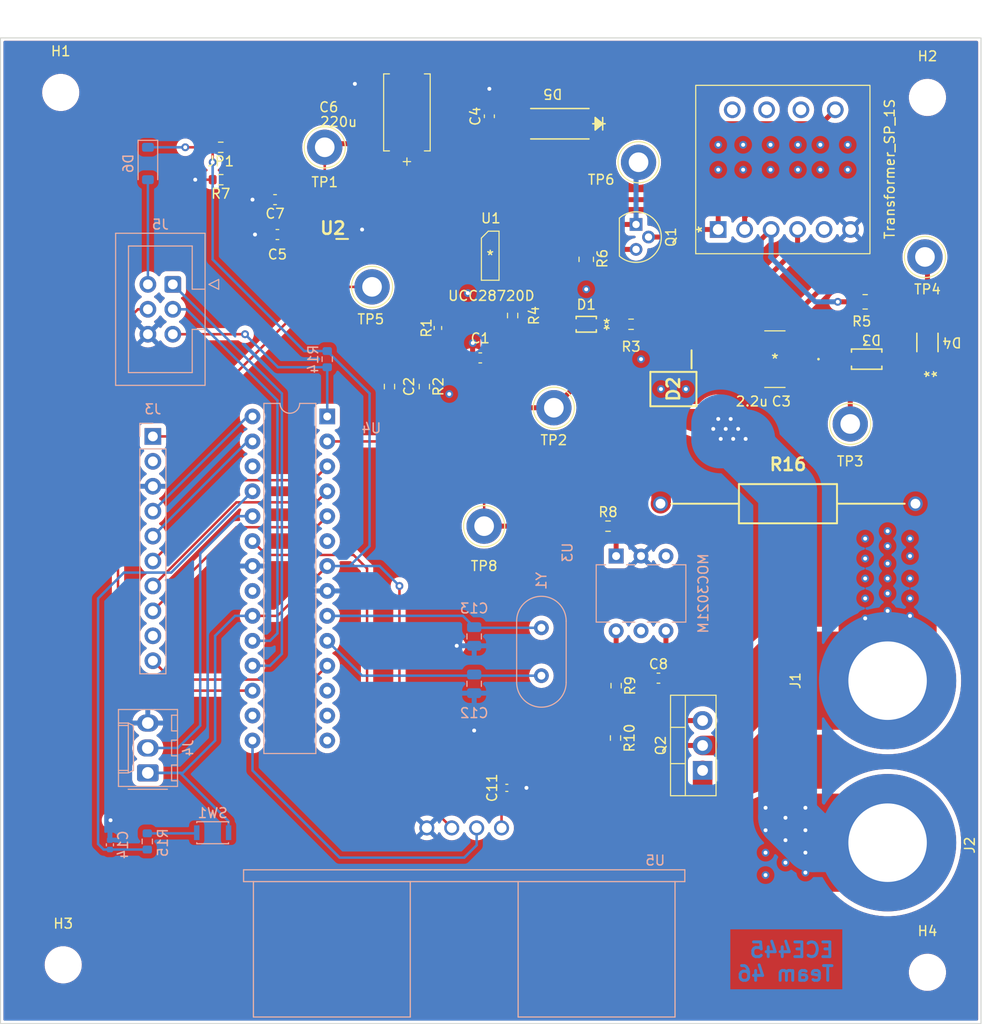
<source format=kicad_pcb>
(kicad_pcb (version 20221018) (generator pcbnew)
  (layers (0 "F.Cu" signal) (31 "B.Cu" signal) (34 "B.Paste" user) (35 "F.Paste" user) (36 "B.SilkS" user "B.Silkscreen") (37 "F.SilkS" user "F.Silkscreen") (38 "B.Mask" user) (39 "F.Mask" user) (44 "Edge.Cuts" user))
  (net 0 "")
  (net 1 "GNDPWR")
  (net 2 "Net-(U1-VS)")
  (net 3 "Net-(D3-A)")
  (net 4 "Net-(D2-~{_1})")
  (net 5 "Flyback output")
  (net 6 "GND")
  (net 7 "3.3V linear regulator output")
  (net 8 "Net-(C8-Pad1)")
  (net 9 "Net-(U4-XTAL2{slash}PB7)")
  (net 10 "Net-(U4-XTAL1{slash}PB6)")
  (net 11 "/Sensors/Override signal")
  (net 12 "Net-(D2-+)")
  (net 13 "Vac(-)")
  (net 14 "Net-(D3-K)")
  (net 15 "Net-(D4-Pad2)")
  (net 16 "Net-(D6-A)")
  (net 17 "Vac(+)")
  (net 18 "/Sensors/Light level")
  (net 19 "/Sensors/MISO")
  (net 20 "/Sensors/SCK")
  (net 21 "/Sensors/MOSI")
  (net 22 "/Sensors/RESET")
  (net 23 "/Sensors/SCL")
  (net 24 "/Sensors/SDA")
  (net 25 "Net-(Q1-B)")
  (net 26 "Net-(Q1-C)")
  (net 27 "Net-(Q1-E)")
  (net 28 "Net-(Q2-G)")
  (net 29 "Net-(R1-Pad1)")
  (net 30 "Net-(U1-CS)")
  (net 31 "Control signal")
  (net 32 "Net-(R8-Pad2)")
  (net 33 "Net-(R9-Pad1)")
  (net 34 "Net-(R15-Pad2)")
  (net 42 "/Sensors/Trig")
  (net 45 "/Sensors/Echo")
  (net 47 "Net-(JP1-A)")
  (net 49 "Net-(T1-S2)")
  (net 50 "Net-(D1-Output)")
  (net 51 "Net-(D1-Input)")
  (net 52 "3Vo")
  (net 53 "/Sensors/PD1")
  (net 54 "/Sensors/PD2")
  (net 55 "/Sensors/PD3")
  (net 56 "/Sensors/PD5")
  (footprint "MountingHole:MountingHole_3.2mm_M3" (layer "F.Cu") (at 119.126 33.782)
    (fp_text reference "H1")
    (fp_text value "MountingHole")
  )
  (footprint "footprints:SOT65P210X110-5N" (layer "F.Cu") (at 146.878 47.61 180)
    (fp_text reference "U2")
    (fp_text value "TPS71533DCKR" hide)
  )
  (footprint "footprints:SOP250P700X300-4N" (layer "F.Cu") (at 181.61 64.008 -90)
    (fp_text reference "D2")
    (fp_text value "RH06-T" hide)
  )
  (footprint "Capacitor_SMD:C_0603_1608Metric" (layer "F.Cu") (at 161.912 60.833 180)
    (fp_text reference "C1")
    (fp_text value "1u")
  )
  (footprint "Resistor_SMD:R_0603_1608Metric" (layer "F.Cu") (at 174.943 77.978)
    (fp_text reference "R8")
    (fp_text value "330")
  )
  (footprint "footprints:RESAD2600W80L1000D400" (layer "F.Cu") (at 206.294 75.692 180)
    (fp_text reference "R16")
    (fp_text value "EMC2-22RKI" hide)
  )
  (footprint "445:750813314update" (layer "F.Cu") (at 186.176 47.746 90)
    (fp_text reference "T1" hide)
    (fp_text value "Transformer_SP_1S")
  )
  (footprint "MountingHole:MountingHole_3.2mm_M3" (layer "F.Cu") (at 207.518 34.29)
    (fp_text reference "H2")
    (fp_text value "MountingHole")
  )
  (footprint "footprints:UCC28720D" (layer "F.Cu") (at 162.928 50.419)
    (fp_text reference "U1")
    (fp_text value "UCC28720D")
  )
  (footprint "Resistor_SMD:R_0603_1608Metric" (layer "F.Cu") (at 165.214 56.515 90)
    (fp_text reference "R4")
    (fp_text value "499")
  )
  (footprint "Resistor_SMD:R_0805_2012Metric" (layer "F.Cu") (at 201.168 55.118 180)
    (fp_text reference "R5")
    (fp_text value "100")
  )
  (footprint "Resistor_SMD:R_0603_1608Metric" (layer "F.Cu") (at 152.654 63.754 -90)
    (fp_text reference "C2")
    (fp_text value "10p")
  )
  (footprint "Resistor_SMD:R_0805_2012Metric" (layer "F.Cu") (at 172.72 50.79 -90)
    (fp_text reference "R6")
    (fp_text value "5.6")
  )
  (footprint "footprints:CGRM" (layer "F.Cu") (at 207.518 59.2582 90)
    (fp_text reference locked "D4")
    (fp_text value "CGRM4007-G")
  )
  (footprint "TestPoint:TestPoint_Loop_D3.80mm_Drill2.0mm" (layer "F.Cu") (at 150.876 53.594)
    (fp_text reference "TP5")
    (fp_text value "TestPoint")
  )
  (footprint "Capacitor_SMD:C_0603_1608Metric" (layer "F.Cu") (at 180.086 93.472)
    (fp_text reference "C8")
    (fp_text value "47nF")
  )
  (footprint "footprints:SC-76_SOD323_NEX" (layer "F.Cu") (at 172.72 57.404 180)
    (fp_text reference "D1")
    (fp_text value "BAS316_115")
  )
  (footprint "TestPoint:TestPoint_Loop_D3.80mm_Drill2.0mm" (layer "F.Cu") (at 169.418 65.913)
    (fp_text reference "TP2")
    (fp_text value "TestPoint")
  )
  (footprint "Resistor_SMD:R_0603_1608Metric" (layer "F.Cu") (at 156.21 63.754 -90)
    (fp_text reference "R2")
    (fp_text value "40.2k")
  )
  (footprint "MountingHole:MountingHole_3.2mm_M3" (layer "F.Cu") (at 207.518 123.444)
    (fp_text reference "H4")
    (fp_text value "MountingHole")
  )
  (footprint "Resistor_SMD:R_0603_1608Metric" (layer "F.Cu") (at 135.445 39.37 180)
    (fp_text reference "JP1")
    (fp_text value "Jumper_2_Bridged")
  )
  (footprint "Resistor_SMD:R_0603_1608Metric" (layer "F.Cu") (at 175.768 94.234 -90)
    (fp_text reference "R9")
    (fp_text value "360")
  )
  (footprint "445:MountingHole_8.0mm_M8_Pad_TopBottom" (layer "F.Cu") (at 203.454 110.236 90)
    (fp_text reference "J2")
    (fp_text value "Screw_Terminal_01x01")
  )
  (footprint "TestPoint:TestPoint_Loop_D3.80mm_Drill2.0mm" (layer "F.Cu") (at 199.644 67.564)
    (fp_text reference "TP3")
    (fp_text value "TestPoint")
  )
  (footprint "TestPoint:TestPoint_Loop_D3.80mm_Drill2.0mm" (layer "F.Cu") (at 162.306 77.978)
    (fp_text reference "TP8")
    (fp_text value "TestPoint")
  )
  (footprint "Resistor_SMD:R_0603_1608Metric" (layer "F.Cu") (at 177.292 57.404 180)
    (fp_text reference "R3")
    (fp_text value "20")
  )
  (footprint "Capacitor_SMD:C_0603_1608Metric" (layer "F.Cu") (at 162.8394 36.2077 90)
    (fp_text reference "C4")
    (fp_text value "1u")
  )
  (footprint "TestPoint:TestPoint_Loop_D3.80mm_Drill2.0mm" (layer "F.Cu") (at 178.054 40.894)
    (fp_text reference "TP6")
    (fp_text value "TestPoint")
  )
  (footprint "Capacitor_SMD:C_0402_1005Metric" (layer "F.Cu") (at 164.62 104.648 180)
    (fp_text reference "C11")
    (fp_text value "1uF")
  )
  (footprint "Capacitor_SMD:C_0603_1608Metric" (layer "F.Cu") (at 141.224 48.26)
    (fp_text reference "C5")
    (fp_text value "1u")
  )
  (footprint "Package_TO_SOT_THT:TO-220-3_Vertical" (layer "F.Cu") (at 184.587 102.87 90)
    (fp_text reference "Q2")
    (fp_text value "BT136-500")
  )
  (footprint "Resistor_SMD:R_0603_1608Metric" (layer "F.Cu") (at 135.445 42.672 180)
    (fp_text reference "R7")
    (fp_text value "4.99k")
  )
  (footprint "footprints:CKG57NX7T2W225M500JH" (layer "F.Cu") (at 191.9605 60.96 180)
    (fp_text reference "C3")
    (fp_text value "2.2u")
  )
  (footprint "Resistor_SMD:R_0402_1005Metric" (layer "F.Cu") (at 157.594 57.785 90)
    (fp_text reference "R1")
    (fp_text value "127k")
  )
  (footprint "Package_TO_SOT_THT:TO-92L" (layer "F.Cu") (at 177.8 47.234 -90)
    (fp_text reference "Q1")
    (fp_text value "Q_NPN_BCE")
  )
  (footprint "MountingHole:MountingHole_3.2mm_M3" (layer "F.Cu") (at 119.38 122.682)
    (fp_text reference "H3")
    (fp_text value "MountingHole")
  )
  (footprint "TestPoint:TestPoint_Loop_D3.80mm_Drill2.0mm" (layer "F.Cu") (at 207.264 50.546)
    (fp_text reference "TP4")
    (fp_text value "TestPoint")
  )
  (footprint "TestPoint:TestPoint_Loop_D3.80mm_Drill2.0mm" (layer "F.Cu") (at 146.05 39.37)
    (fp_text reference "TP1")
    (fp_text value "TestPoint")
  )
  (footprint "Resistor_SMD:R_0603_1608Metric" (layer "F.Cu") (at 175.705 99.568 -90)
    (fp_text reference "R10")
    (fp_text value "470")
  )
  (footprint "445:MountingHole_8.0mm_M8_Pad_TopBottom" (layer "F.Cu") (at 203.454 93.726 90)
    (fp_text reference "J1")
    (fp_text value "Screw_Terminal_01x01")
  )
  (footprint "footprints:DO-214AC_SMA_HIGHPROFILE_MCC" (layer "F.Cu") (at 170.0276 36.9697 180)
    (fp_text reference "D5")
    (fp_text value "SS110-TP")
  )
  (footprint "Capacitor_SMD:C_0603_1608Metric" (layer "F.Cu") (at 140.983 44.704 180)
    (fp_text reference "C7")
    (fp_text value "1u")
  )
  (footprint "footprints:10TPE220ML" (layer "F.Cu") (at 154.432 35.814 90)
    (fp_text reference "C6")
    (fp_text value "220u")
  )
  (footprint "footprints:SOD-123_ONS" (layer "F.Cu") (at 201.3204 60.96 180)
    (fp_text reference "D3")
    (fp_text value "D_Zener")
  )
  (footprint "Connector_PinSocket_2.54mm:PinSocket_1x10_P2.54mm_Vertical" (layer "B.Cu") (at 128.524 68.834 180)
    (fp_text reference "J3")
    (fp_text value "Conn_01x10_Socket")
  )
  (footprint "Crystal:Crystal_HC49-U_Vertical" (layer "B.Cu") (at 168.148 93.218 90)
    (fp_text reference "Y1")
    (fp_text value "16MHz")
  )
  (footprint "Package_DIP:DIP-28_W7.62mm" (layer "B.Cu") (at 146.304 66.802 180)
    (fp_text reference "U4")
    (fp_text value "ATmega328P-P")
  )
  (footprint "footprints:XCVR_HC-SR04" (layer "B.Cu") (at 160.274 108.731 180)
    (fp_text reference "U5")
    (fp_text value "HC-SR04")
  )
  (footprint "Diode_SMD:D_SOD-123" (layer "B.Cu") (at 128.016 41.02 -90)
    (fp_text reference "D6")
    (fp_text value "MBR0520")
  )
  (footprint "Connector_IDC:IDC-Header_2x03_P2.54mm_Vertical" (layer "B.Cu") (at 130.556 53.34 180)
    (fp_text reference "J5")
    (fp_text value "AVR-ISP-6")
  )
  (footprint "Capacitor_SMD:C_0805_2012Metric" (layer "B.Cu") (at 161.29 89.22 -90)
    (fp_text reference "C13")
    (fp_text value "22pF")
  )
  (footprint "Resistor_SMD:R_0603_1608Metric" (layer "B.Cu") (at 127.952 110.109 90)
    (fp_text reference "R15")
    (fp_text value "10k")
  )
  (footprint "footprints:MOC3021" (layer "B.Cu") (at 175.768 81.026 -90)
    (fp_text reference "U3")
    (fp_text value "MOC3021M")
  )
  (footprint "Capacitor_SMD:C_0402_1005Metric" (layer "B.Cu") (at 124.142 110.454 90)
    (fp_text reference "C14")
    (fp_text value "1uF")
  )
  (footprint "Resistor_SMD:R_0603_1608Metric" (layer "B.Cu") (at 146.304 60.96 -90)
    (fp_text reference "R14")
    (fp_text value "10k")
  )
  (footprint "Capacitor_SMD:C_0805_2012Metric" (layer "B.Cu") (at 161.29 94.046 -90)
    (fp_text reference "C12")
    (fp_text value "22pF")
  )
  (footprint "Connector_Molex:Molex_KK-254_AE-6410-03A_1x03_P2.54mm_Vertical" (layer "B.Cu") (at 128.006 103.124 90)
    (fp_text reference "J4")
    (fp_text value "POT")
  )
  (footprint "Button_Switch_SMD:SW_SPST_CK_KXT3" (layer "B.Cu") (at 134.62 109.22 180)
    (fp_text reference "SW1")
    (fp_text value "Override switch")
  )
  (gr_rect (start 112.982 28.222) (end 212.982 128.67) (stroke (width 0.1)) (fill none) (layer "Edge.Cuts"))
  (gr_text "ECE445 \nTeam 46" (at 198.12 124.46) (layer "B.Cu") (effects (font (size 1.5 1.5) (thickness 0.3) bold) (justify left bottom mirror)))
  (segment (start 156.21 64.579) (end 152.654 64.579) (width 0.508) (layer "F.Cu") (net 1))
  (segment (start 178.331 60.983) (end 178.308 60.96) (width 0.508) (layer "F.Cu") (net 1))
  (segment (start 160.528 52.324) (end 160.528 54.115) (width 0.508) (layer "F.Cu") (net 1))
  (segment (start 156.21 64.579) (end 158.687 64.579) (width 0.508) (layer "F.Cu") (net 1))
  (segment (start 161.137 59.322) (end 161.15 59.309) (width 0.508) (layer "F.Cu") (net 1))
  (segment (start 161.137 60.833) (end 161.137 59.322) (width 0.508) (layer "F.Cu") (net 1))
  (segment (start 180.36 60.983) (end 178.331 60.983) (width 0.508) (layer "F.Cu") (net 1))
  (segment (start 172.72 51.7025) (end 172.72 53.838) (width 0.508) (layer "F.Cu") (net 1))
  (segment (start 160.528 54.115) (end 160.642 54.229) (width 0.508) (layer "F.Cu") (net 1))
  (via (at 158.75 64.516) (size 0.8) (drill 0.4) (layers "F.Cu" "B.Cu") (net 1))
  (via (at 186.182 41.656) (size 0.8) (drill 0.4) (layers "F.Cu" "B.Cu") (net 1))
  (via (at 160.642 54.229) (size 0.8) (drill 0.4) (layers "F.Cu" "B.Cu") (net 1))
  (via (at 180.34 64.008) (size 0.8) (drill 0.4) (layers "F.Cu" "B.Cu") (net 1))
  (via (at 188.722 39.116) (size 0.8) (drill 0.4) (layers "F.Cu" "B.Cu") (net 1))
  (via (at 182.88 64.008) (size 0.8) (drill 0.4) (layers "F.Cu" "B.Cu") (net 1))
  (via (at 161.15 59.309) (size 0.8) (drill 0.4) (layers "F.Cu" "B.Cu") (net 1))
  (via (at 191.516 39.116) (size 0.8) (drill 0.4) (layers "F.Cu" "B.Cu") (net 1))
  (via (at 194.31 41.656) (size 0.8) (drill 0.4) (layers "F.Cu" "B.Cu") (net 1))
  (via (at 194.31 39.116) (size 0.8) (drill 0.4) (layers "F.Cu" "B.Cu") (net 1))
  (via (at 188.722 41.656) (size 0.8) (drill 0.4) (layers "F.Cu" "B.Cu") (net 1))
  (via (at 172.72 53.838) (size 0.8) (drill 0.4) (layers "F.Cu" "B.Cu") (net 1))
  (via (at 199.39 41.656) (size 0.8) (drill 0.4) (layers "F.Cu" "B.Cu") (net 1))
  (via (at 186.182 39.116) (size 0.8) (drill 0.4) (layers "F.Cu" "B.Cu") (net 1))
  (via (at 196.596 39.116) (size 0.8) (drill 0.4) (layers "F.Cu" "B.Cu") (net 1))
  (via (at 199.39 39.116) (size 0.8) (drill 0.4) (layers "F.Cu" "B.Cu") (net 1))
  (via (at 196.596 41.656) (size 0.8) (drill 0.4) (layers "F.Cu" "B.Cu") (net 1))
  (via (at 191.516 41.656) (size 0.8) (drill 0.4) (layers "F.Cu" "B.Cu") (net 1))
  (via (at 178.308 60.96) (size 0.8) (drill 0.4) (layers "F.Cu" "B.Cu") (net 1))
  (segment (start 157.594 51.181) (end 157.594 57.275) (width 0.508) (layer "F.Cu") (net 2))
  (segment (start 160.528 49.784) (end 158.991 49.784) (width 0.508) (layer "F.Cu") (net 2))
  (segment (start 156.21 62.929) (end 152.654 62.929) (width 0.508) (layer "F.Cu") (net 2))
  (segment (start 158.991 49.784) (end 157.594 51.181) (width 0.508) (layer "F.Cu") (net 2))
  (segment (start 156.464 57.277) (end 157.592 57.277) (width 0.508) (layer "F.Cu") (net 2))
  (segment (start 155.816 57.277) (end 156.464 57.277) (width 0.508) (layer "F.Cu") (net 2))
  (segment (start 157.592 57.277) (end 157.594 57.275) (width 0.508) (layer "F.Cu") (net 2))
  (segment (start 155.575 57.277) (end 156.464 57.277) (width 0.508) (layer "F.Cu") (net 2))
  (segment (start 152.654 60.198) (end 155.575 57.277) (width 0.508) (layer "F.Cu") (net 2))
  (segment (start 152.654 62.929) (end 152.654 60.198) (width 0.508) (layer "F.Cu") (net 2))
  (segment (start 172.72 44.704) (end 187.452 44.704) (width 0.508) (layer "F.Cu") (net 3))
  (segment (start 199.898 44.958) (end 190.4 44.958) (width 0.508) (layer "F.Cu") (net 3))
  (segment (start 201.93 48.514) (end 201.93 46.99) (width 0.508) (layer "F.Cu") (net 3))
  (segment (start 168.91 48.514) (end 172.72 44.704) (width 0.508) (layer "F.Cu") (net 3))
  (segment (start 199.644 60.96) (end 199.644 67.564) (width 0.508) (layer "F.Cu") (net 3))
  (segment (start 187.452 44.704) (end 188.876 46.128) (width 0.508) (layer "F.Cu") (net 3))
  (segment (start 194.437 60.96) (end 199.644 60.96) (width 0.508) (layer "F.Cu") (net 3))
  (segment (start 201.93 46.99) (end 199.898 44.958) (width 0.508) (layer "F.Cu") (net 3))
  (segment (start 165.328 48.514) (end 168.91 48.514) (width 0.508) (layer "F.Cu") (net 3))
  (segment (start 194.437 56.007) (end 201.93 48.514) (width 0.508) (layer "F.Cu") (net 3))
  (segment (start 188.876 46.482) (end 188.876 47.746) (width 0.508) (layer "F.Cu") (net 3))
  (segment (start 194.437 60.96) (end 194.437 56.007) (width 0.508) (layer "F.Cu") (net 3))
  (segment (start 190.4 44.958) (end 188.876 46.482) (width 0.508) (layer "F.Cu") (net 3))
  (segment (start 188.876 46.128) (end 188.876 46.482) (width 0.508) (layer "F.Cu") (net 3))
  (segment (start 189.461 60.983) (end 189.484 60.96) (width 0.508) (layer "F.Cu") (net 4))
  (segment (start 182.86 60.983) (end 189.461 60.983) (width 0.508) (layer "F.Cu") (net 4))
  (segment (start 134.62 39.37) (end 134.62 40.894) (width 0.254) (layer "F.Cu") (net 5))
  (segment (start 138.684 87.122) (end 141.224 87.122) (width 0.254) (layer "F.Cu") (net 5))
  (segment (start 134.62 39.37) (end 131.826 39.37) (width 0.254) (layer "F.Cu") (net 5))
  (segment (start 164.14 104.648) (end 160.782 104.648) (width 0.254) (layer "F.Cu") (net 5))
  (segment (start 141.224 87.122) (end 146.304 82.042) (width 0.254) (layer "F.Cu") (net 5))
  (segment (start 164.084 104.704) (end 164.14 104.648) (width 0.254) (layer "F.Cu") (net 5))
  (segment (start 153.67 97.536) (end 153.67 84.074) (width 0.254) (layer "F.Cu") (net 5))
  (segment (start 160.782 104.648) (end 153.67 97.536) (width 0.254) (layer "F.Cu") (net 5))
  (segment (start 164.084 108.731) (end 164.084 104.704) (width 0.254) (layer "F.Cu") (net 5))
  (via (at 134.62 40.894) (size 0.8) (drill 0.4) (layers "F.Cu" "B.Cu") (net 5))
  (via (at 153.67 84.074) (size 0.8) (drill 0.4) (layers "F.Cu" "B.Cu") (net 5))
  (via (at 131.826 39.37) (size 0.8) (drill 0.4) (layers "F.Cu" "B.Cu") (net 5))
  (segment (start 148.336 82.042) (end 146.304 82.042) (width 0.254) (layer "B.Cu") (net 5))
  (segment (start 131.318 103.124) (end 136.245 108.051) (width 0.254) (layer "B.Cu") (net 5))
  (segment (start 134.62 40.894) (end 134.62 50.8) (width 0.254) (layer "B.Cu") (net 5))
  (segment (start 151.638 82.042) (end 148.336 82.042) (width 0.254) (layer "B.Cu") (net 5))
  (segment (start 134.874 99.822) (end 134.874 89.154) (width 0.254) (layer "B.Cu") (net 5))
  (segment (start 153.67 84.074) (end 151.638 82.042) (width 0.254) (layer "B.Cu") (net 5))
  (segment (start 131.826 39.37) (end 128.016 39.37) (width 0.254) (layer "B.Cu") (net 5))
  (segment (start 128.006 103.124) (end 131.318 103.124) (width 0.254) (layer "B.Cu") (net 5))
  (segment (start 148.59 82.042) (end 148.336 82.042) (width 0.254) (layer "B.Cu") (net 5))
  (segment (start 146.304 60.135) (end 150.622 64.453) (width 0.254) (layer "B.Cu") (net 5))
  (segment (start 128.006 103.124) (end 131.572 103.124) (width 0.254) (layer "B.Cu") (net 5))
  (segment (start 136.245 108.051) (end 136.245 109.22) (width 0.254) (layer "B.Cu") (net 5))
  (segment (start 134.62 50.8) (end 143.955 60.135) (width 0.254) (layer "B.Cu") (net 5))
  (segment (start 131.572 103.124) (end 134.874 99.822) (width 0.254) (layer "B.Cu") (net 5))
  (segment (start 150.622 80.01) (end 148.59 82.042) (width 0.254) (layer "B.Cu") (net 5))
  (segment (start 150.622 64.453) (end 150.622 80.01) (width 0.254) (layer "B.Cu") (net 5))
  (segment (start 136.906 87.122) (end 138.684 87.122) (width 0.254) (layer "B.Cu") (net 5))
  (segment (start 134.874 89.154) (end 136.906 87.122) (width 0.254) (layer "B.Cu") (net 5))
  (segment (start 128.006 103.124) (end 128.169 103.287) (width 0.254) (layer "B.Cu") (net 5))
  (segment (start 143.955 60.135) (end 146.304 60.135) (width 0.254) (layer "B.Cu") (net 5))
  (segment (start 134.62 42.672) (end 132.842 42.672) (width 0.254) (layer "F.Cu") (net 6))
  (segment (start 140.208 44.704) (end 138.684 44.704) (width 0.254) (layer "F.Cu") (net 6))
  (segment (start 147.828 47.61) (end 149.718 47.61) (width 0.254) (layer "F.Cu") (net 6))
  (segment (start 149.718 47.61) (end 149.86 47.752) (width 0.254) (layer "F.Cu") (net 6))
  (segment (start 162.8394 35.4327) (end 162.8394 33.4137) (width 0.508) (layer "F.Cu") (net 6))
  (segment (start 149.12975 32.89935) (end 149.1234 32.9057) (width 0.508) (layer "F.Cu") (net 6))
  (segment (start 153.6954 32.89935) (end 149.12975 32.89935) (width 0.508) (layer "F.Cu") (net 6))
  (segment (start 165.1 104.648) (end 166.624 104.648) (width 0.254) (layer "F.Cu") (net 6))
  (segment (start 140.449 48.26) (end 138.938 48.26) (width 0.254) (layer "F.Cu") (net 6))
  (via (at 138.938 48.26) (size 0.8) (drill 0.4) (layers "F.Cu" "B.Cu") (net 6))
  (via (at 124.206 107.95) (size 0.8) (drill 0.4) (layers "F.Cu" "B.Cu") (net 6))
  (via (at 132.842 42.672) (size 0.8) (drill 0.4) (layers "F.Cu" "B.Cu") (net 6))
  (via (at 166.624 104.648) (size 0.8) (drill 0.4) (layers "F.Cu" "B.Cu") (net 6))
  (via (at 149.86 47.752) (size 0.8) (drill 0.4) (layers "F.Cu" "B.Cu") (net 6))
  (via (at 161.29 98.806) (size 0.8) (drill 0.4) (layers "F.Cu" "B.Cu") (net 6))
  (via (at 162.8394 33.4137) (size 0.8) (drill 0.4) (layers "F.Cu" "B.Cu") (net 6))
  (via (at 149.1234 32.9057) (size 0.8) (drill 0.4) (layers "F.Cu" "B.Cu") (net 6))
  (via (at 138.684 44.704) (size 0.8) (drill 0.4) (layers "F.Cu" "B.Cu") (net 6))
  (via (at 159.512 90.17) (size 0.8) (drill 0.4) (layers "F.Cu" "B.Cu") (net 6))
  (segment (start 124.142 109.974) (end 124.142 108.014) (width 0.254) (layer "B.Cu") (net 6))
  (segment (start 161.29 90.17) (end 159.512 90.17) (width 0.254) (layer "B.Cu") (net 6))
  (segment (start 124.142 108.014) (end 124.206 107.95) (width 0.254) (layer "B.Cu") (net 6))
  (segment (start 161.356 98.74) (end 161.356 95.25) (width 0.254) (layer "B.Cu") (net 6))
  (segment (start 161.29 98.806) (end 161.356 98.74) (width 0.254) (layer "B.Cu") (net 6))
  (segment (start 141.999 48.26) (end 145.928 48.26) (width 0.254) (layer "F.Cu") (net 7))
  (segment (start 130.556 68.834) (end 128.524 68.834) (width 0.254) (layer "F.Cu") (net 7))
  (segment (start 145.928 48.514) (end 145.928 48.9) (width 0.254) (layer "F.Cu") (net 7))
  (segment (start 141.999 48.26) (end 141.732 48.527) (width 0.254) (layer "F.Cu") (net 7))
  (segment (start 146.06 53.594) (end 145.928 53.462) (width 0.254) (layer "F.Cu") (net 7))
  (segment (start 145.928 48.26) (end 145.928 53.462) (width 0.254) (layer "F.Cu") (net 7))
  (segment (start 145.928 48.26) (end 145.928 48.514) (width 0.254) (layer "F.Cu") (net 7))
  (segment (start 145.928 53.462) (end 130.556 68.834) (width 0.254) (layer "F.Cu") (net 7))
  (segment (start 150.876 53.594) (end 146.06 53.594) (width 0.254) (layer "F.Cu") (net 7))
  (segment (start 179.311 97.041) (end 179.07 97.282) (width 0.508) (layer "F.Cu") (net 8))
  (segment (start 177.609 98.743) (end 179.07 97.282) (width 0.508) (layer "F.Cu") (net 8))
  (segment (start 179.07 97.282) (end 179.324 97.028) (width 0.508) (layer "F.Cu") (net 8))
  (segment (start 175.705 98.743) (end 177.609 98.743) (width 0.508) (layer "F.Cu") (net 8))
  (segment (start 175.705 95.122) (end 175.768 95.059) (width 0.508) (layer "F.Cu") (net 8))
  (segment (start 179.311 93.472) (end 179.311 97.041) (width 0.508) (layer "F.Cu") (net 8))
  (segment (start 175.705 98.743) (end 175.705 95.122) (width 0.508) (layer "F.Cu") (net 8))
  (segment (start 146.304 89.662) (end 149.86 93.218) (width 0.254) (layer "B.Cu") (net 9))
  (segment (start 165.1 93.218) (end 168.082 93.218) (width 0.254) (layer "B.Cu") (net 9))
  (segment (start 149.86 93.218) (end 165.1 93.218) (width 0.254) (layer "B.Cu") (net 9))
  (segment (start 162.306 93.218) (end 165.1 93.218) (width 0.254) (layer "B.Cu") (net 9))
  (segment (start 161.478 88.326) (end 161.412 88.392) (width 0.254) (layer "B.Cu") (net 10))
  (segment (start 161.466 88.338) (end 161.412 88.392) (width 0.254) (layer "B.Cu") (net 10))
  (segment (start 168.082 88.338) (end 161.466 88.338) (width 0.254) (layer "B.Cu") (net 10))
  (segment (start 152.654 87.122) (end 152.744 87.122) (width 0.254) (layer "B.Cu") (net 10))
  (segment (start 161.29 88.27) (end 160.142 87.122) (width 0.254) (layer "B.Cu") (net 10))
  (segment (start 160.142 87.122) (end 146.304 87.122) (width 0.254) (layer "B.Cu") (net 10))
  (segment (start 146.304 87.122) (end 152.654 87.122) (width 0.254) (layer "B.Cu") (net 10))
  (segment (start 122.936 110.368219) (end 122.936 85.344) (width 0.254) (layer "B.Cu") (net 11))
  (segment (start 125.569 82.711) (end 130.395 82.711) (width 0.254) (layer "B.Cu") (net 11))
  (segment (start 122.936 85.344) (end 125.569 82.711) (width 0.254) (layer "B.Cu") (net 11))
  (segment (start 130.395 82.711) (end 138.684 74.422) (width 0.254) (layer "B.Cu") (net 11))
  (segment (start 127.952 110.934) (end 124.142 110.934) (width 0.254) (layer "B.Cu") (net 11))
  (segment (start 123.501781 110.934) (end 122.936 110.368219) (width 0.254) (layer "B.Cu") (net 11))
  (segment (start 124.142 110.934) (end 123.501781 110.934) (width 0.254) (layer "B.Cu") (net 11))
  (segment (start 180.36 75.626) (end 180.294 75.692) (width 2) (layer "F.Cu") (net 12))
  (segment (start 180.36 67.033) (end 180.36 75.626) (width 2) (layer "F.Cu") (net 12))
  (segment (start 184.587 105.918) (end 184.729 105.918) (width 2) (layer "F.Cu") (net 13))
  (segment (start 182.86 67.033) (end 185.674 68.072) (width 2) (layer "F.Cu") (net 13))
  (segment (start 184.587 107.625) (end 186.69 109.728) (width 2) (layer "F.Cu") (net 13))
  (segment (start 191.008 110.236) (end 191.516 110.744) (width 2) (layer "F.Cu") (net 13))
  (segment (start 184.587 102.87) (end 184.587 105.918) (width 2) (layer "F.Cu") (net 13))
  (segment (start 184.587 107.625) (end 186.436 107.625) (width 2) (layer "F.Cu") (net 13))
  (segment (start 186.159 67.033) (end 186.182 67.056) (width 2) (layer "F.Cu") (net 13))
  (segment (start 184.587 105.918) (end 184.587 107.625) (width 2) (layer "F.Cu") (net 13))
  (segment (start 192.024 110.236) (end 189.047 110.236) (width 2) (layer "F.Cu") (net 13))
  (segment (start 186.182 67.056) (end 187.96 68.834) (width 4) (layer "F.Cu") (net 13))
  (segment (start 189.047 110.236) (end 186.436 107.625) (width 2) (layer "F.Cu") (net 13))
  (segment (start 186.69 109.728) (end 187.198 110.236) (width 2) (layer "F.Cu") (net 13))
  (segment (start 182.86 67.033) (end 186.159 67.033) (width 2) (layer "F.Cu") (net 13))
  (segment (start 187.198 110.236) (end 191.008 110.236) (width 2) (layer "F.Cu") (net 13))
  (segment (start 185.674 68.072) (end 185.905 67.033) (width 2) (layer "F.Cu") (net 13))
  (segment (start 203.454 110.236) (end 192.024 110.236) (width 10) (layer "F.Cu") (net 13))
  (segment (start 184.729 105.918) (end 186.436 107.625) (width 2) (layer "F.Cu") (net 13))
  (via (at 191.008 113.538) (size 0.8) (drill 0.4) (layers "F.Cu" "B.Cu") (net 13))
  (via (at 191.008 106.68) (size 0.8) (drill 0.4) (layers "F.Cu" "B.Cu") (net 13))
  (via (at 188.214 68.072) (size 0.8) (drill 0.4) (layers "F.Cu" "B.Cu") (net 13))
  (via (at 185.674 68.072) (size 0.8) (drill 0.4) (layers "F.Cu" "B.Cu") (net 13))
  (via (at 195.072 106.68) (size 0.8) (drill 0.4) (layers "F.Cu" "B.Cu") (net 13))
  (via (at 186.436 69.088) (size 0.8) (drill 0.4) (layers "F.Cu" "B.Cu") (net 13))
  (via (at 187.452 67.056) (size 0.8) (drill 0.4) (layers "F.Cu" "B.Cu") (net 13))
  (via (at 186.944 68.072) (size 0.8) (drill 0.4) (layers "F.Cu" "B.Cu") (net 13))
  (via (at 191.008 111.252) (size 0.8) (drill 0.4) (layers "F.Cu" "B.Cu") (net 13))
  (via (at 195.072 108.966) (size 0.8) (drill 0.4) (layers "F.Cu" "B.Cu") (net 13))
  (via (at 188.976 69.088) (size 0.8) (drill 0.4) (layers "F.Cu" "B.Cu") (net 13))
  (via (at 193.04 112.268) (size 0.8) (drill 0.4) (layers "F.Cu" "B.Cu") (net 13))
  (via (at 195.072 113.284) (size 0.8) (drill 0.4) (layers "F.Cu" "B.Cu") (net 13))
  (via (at 193.04 109.982) (size 0.8) (drill 0.4) (layers "F.Cu" "B.Cu") (net 13))
  (via (at 193.04 107.696) (size 0.8) (drill 0.4) (layers "F.Cu" "B.Cu") (net 13))
  (via (at 195.072 111.252) (size 0.8) (drill 0.4) (layers "F.Cu" "B.Cu") (net 13))
  (via (at 191.008 108.966) (size 0.8) (drill 0.4) (layers "F.Cu" "B.Cu") (net 13))
  (via (at 186.182 67.056) (size 0.8) (drill 0.4) (layers "F.Cu" "B.Cu") (net 13))
  (via (at 187.706 69.088) (size 0.8) (drill 0.4) (layers "F.Cu" "B.Cu") (net 13))
  (segment (start 186.436 67.564) (end 186.944 68.072) (width 6) (layer "B.Cu") (net 13))
  (segment (start 193.254 107.656) (end 193.254 74.382) (width 6) (layer "B.Cu") (net 13))
  (segment (start 193.254 74.382) (end 188.976 70.104) (width 6) (layer "B.Cu") (net 13))
  (segment (start 195.834 110.236) (end 193.254 107.656) (width 6) (layer "B.Cu") (net 13))
  (segment (start 203.454 110.236) (end 195.834 110.236) (width 6) (layer "B.Cu") (net 13))
  (segment (start 188.976 70.104) (end 188.976 69.088) (width 6) (layer "B.Cu") (net 13))
  (segment (start 187.96 69.088) (end 186.436 69.088) (width 6) (layer "B.Cu") (net 13))
  (segment (start 188.976 69.088) (end 187.96 69.088) (width 6) (layer "B.Cu") (net 13))
  (segment (start 186.436 69.088) (end 186.436 67.564) (width 6) (layer "B.Cu") (net 13))
  (segment (start 187.96 69.088) (end 187.96 69.088) (width 6) (layer "B.Cu") (net 13))
  (segment (start 202.9968 60.96) (end 207.518 60.96) (width 0.508) (layer "F.Cu") (net 14))
  (segment (start 207.137 54.229) (end 207.518 53.848) (width 0.508) (layer "F.Cu") (net 15))
  (segment (start 206.502 54.864) (end 207.01 54.864) (width 0.508) (layer "F.Cu") (net 15))
  (segment (start 207.518 57.5564) (end 207.518 56.388) (width 0.508) (layer "F.Cu") (net 15))
  (segment (start 207.518 57.5564) (end 207.518 53.848) (width 0.508) (layer "F.Cu") (net 15))
  (segment (start 207.264 55.626) (end 207.264 55.118) (width 0.508) (layer "F.Cu") (net 15))
  (segment (start 206.756 55.118) (end 207.264 55.626) (width 0.508) (layer "F.Cu") (net 15))
  (segment (start 207.01 54.864) (end 207.01 54.356) (width 0.508) (layer "F.Cu") (net 15))
  (segment (start 206.502 54.864) (end 207.137 54.229) (width 0.508) (layer "F.Cu") (net 15))
  (segment (start 206.248 55.118) (end 202.0805 55.118) (width 0.508) (layer "F.Cu") (net 15))
  (segment (start 207.01 54.864) (end 206.756 55.118) (width 0.508) (layer "F.Cu") (net 15))
  (segment (start 207.01 54.356) (end 207.137 54.229) (width 0.508) (layer "F.Cu") (net 15))
  (segment (start 206.248 55.118) (end 206.502 54.864) (width 0.508) (layer "F.Cu") (net 15))
  (segment (start 207.518 50.8) (end 207.264 50.546) (width 0.508) (layer "F.Cu") (net 15))
  (segment (start 207.518 56.388) (end 206.248 55.118) (width 0.508) (layer "F.Cu") (net 15))
  (segment (start 207.518 53.848) (end 207.518 50.8) (width 0.508) (layer "F.Cu") (net 15))
  (segment (start 128.016 42.67) (end 128.016 53.34) (width 0.254) (layer "B.Cu") (net 16))
  (segment (start 175.705 100.393) (end 175.768 100.33) (width 0.508) (layer "F.Cu") (net 17))
  (segment (start 206.294 90.886) (end 203.454 93.726) (width 4) (layer "F.Cu") (net 17))
  (segment (start 203.454 93.726) (end 193.548 93.726) (width 10) (layer "F.Cu") (net 17))
  (segment (start 203.454 93.726) (end 203.454 86.614) (width 10) (layer "F.Cu") (net 17))
  (segment (start 188.214 99.06) (end 193.548 93.726) (width 2) (layer "F.Cu") (net 17))
  (segment (start 203.454 77.978) (end 203.708 77.724) (width 10) (layer "F.Cu") (net 17))
  (segment (start 203.454 83.312) (end 203.454 80.01) (width 10) (layer "F.Cu") (net 17))
  (segment (start 184.587 100.33) (end 186.944 100.33) (width 2) (layer "F.Cu") (net 17))
  (segment (start 203.454 80.01) (end 203.454 77.978) (width 10) (layer "F.Cu") (net 17))
  (segment (start 203.454 86.614) (end 203.454 83.312) (width 10) (layer "F.Cu") (net 17))
  (segment (start 186.944 100.33) (end 188.214 99.06) (width 2) (layer "F.Cu") (net 17))
  (segment (start 175.768 100.33) (end 184.587 100.33) (width 0.508) (layer "F.Cu") (net 17))
  (segment (start 188.214 99.06) (end 188.722 98.552) (width 2) (layer "F.Cu") (net 17))
  (segment (start 188.722 98.552) (end 188.722 95.25) (width 2) (layer "F.Cu") (net 17))
  (via (at 205.74 87.122) (size 0.8) (drill 0.4) (layers "F.Cu" "B.Cu") (net 17))
  (via (at 203.454 81.788) (size 0.8) (drill 0.4) (layers "F.Cu" "B.Cu") (net 17))
  (via (at 205.74 79.248) (size 0.8) (drill 0.4) (layers "F.Cu" "B.Cu") (net 17))
  (via (at 201.168 87.376) (size 0.8) (drill 0.4) (layers "F.Cu" "B.Cu") (net 17))
  (via (at 203.454 80.01) (size 0.8) (drill 0.4) (layers "F.Cu" "B.Cu") (net 17))
  (via (at 201.168 85.344) (size 0.8) (drill 0.4) (layers "F.Cu" "B.Cu") (net 17))
  (via (at 203.454 83.312) (size 0.8) (drill 0.4) (layers "F.Cu" "B.Cu") (net 17))
  (via (at 201.168 79.248) (size 0.8) (drill 0.4) (layers "F.Cu" "B.Cu") (net 17))
  (via (at 203.454 78.486) (size 0.8) (drill 0.4) (layers "F.Cu" "B.Cu") (net 17))
  (via (at 205.74 85.344) (size 0.8) (drill 0.4) (layers "F.Cu" "B.Cu") (net 17))
  (via (at 203.454 86.614) (size 0.8) (drill 0.4) (layers "F.Cu" "B.Cu") (net 17))
  (via (at 203.454 84.836) (size 0.8) (drill 0.4) (layers "F.Cu" "B.Cu") (net 17))
  (via (at 205.74 81.026) (size 0.8) (drill 0.4) (layers "F.Cu" "B.Cu") (net 17))
  (via (at 205.74 83.312) (size 0.8) (drill 0.4) (layers "F.Cu" "B.Cu") (net 17))
  (via (at 201.168 83.312) (size 0.8) (drill 0.4) (layers "F.Cu" "B.Cu") (net 17))
  (via (at 201.168 81.28) (size 0.8) (drill 0.4) (layers "F.Cu" "B.Cu") (net 17))
  (segment (start 198.882 88.9) (end 198.882 89.408) (width 0.508) (layer "B.Cu") (net 17))
  (segment (start 206.502 93.2045) (end 205.482 92.1845) (width 0.508) (layer "B.Cu") (net 17))
  (segment (start 198.882 90.424) (end 198.882 93.98) (width 0.508) (layer "B.Cu") (net 17))
  (segment (start 198.882 89.408) (end 198.374 89.916) (width 0.508) (layer "B.Cu") (net 17))
  (segment (start 198.882 93.98) (end 197.612 95.25) (width 0.508) (layer "B.Cu") (net 17))
  (segment (start 198.374 89.916) (end 198.882 90.424) (width 0.508) (layer "B.Cu") (net 17))
  (segment (start 133.35 98.298) (end 133.35 80.772) (width 0.254) (layer "B.Cu") (net 18))
  (segment (start 137.16 76.962) (end 138.684 76.962) (width 0.254) (layer "B.Cu") (net 18))
  (segment (start 133.35 80.772) (end 137.16 76.962) (width 0.254) (layer "B.Cu") (net 18))
  (segment (start 128.006 100.584) (end 131.064 100.584) (width 0.254) (layer "B.Cu") (net 18))
  (segment (start 131.064 100.584) (end 133.35 98.298) (width 0.254) (layer "B.Cu") (net 18))
  (segment (start 141.678 64.462) (end 141.678 90.986) (width 0.254) (layer "B.Cu") (net 19))
  (segment (start 140.462 92.202) (end 138.684 92.202) (width 0.254) (layer "B.Cu") (net 19))
  (segment (start 130.556 53.34) (end 141.678 64.462) (width 0.254) (layer "B.Cu") (net 19))
  (segment (start 141.678 90.986) (end 140.462 92.202) (width 0.254) (layer "B.Cu") (net 19))
  (segment (start 141.224 65.158052) (end 131.945948 55.88) (width 0.254) (layer "B.Cu") (net 20))
  (segment (start 140.462 89.662) (end 141.224 88.9) (width 0.254) (layer "B.Cu") (net 20))
  (segment (start 138.684 89.662) (end 140.462 89.662) (width 0.254) (layer "B.Cu") (net 20))
  (segment (start 131.945948 55.88) (end 130.556 55.88) (width 0.254) (layer "B.Cu") (net 20))
  (segment (start 141.224 88.9) (end 141.224 65.158052) (width 0.254) (layer "B.Cu") (net 20))
  (segment (start 124.968 57.912) (end 127 55.88) (width 0.254) (layer "F.Cu") (net 21))
  (segment (start 124.968 92.456) (end 124.968 57.912) (width 0.254) (layer "F.Cu") (net 21))
  (segment (start 138.684 94.742) (end 127.254 94.742) (width 0.254) (layer "F.Cu") (net 21))
  (segment (start 127.254 94.742) (end 124.968 92.456) (width 0.254) (layer "F.Cu") (net 21))
  (segment (start 127 55.88) (end 128.016 55.88) (width 0.254) (layer "F.Cu") (net 21))
  (segment (start 137.922 58.42) (end 130.556 58.42) (width 0.254) (layer "F.Cu") (net 22))
  (via (at 137.922 58.42) (size 0.8) (drill 0.4) (layers "F.Cu" "B.Cu") (net 22))
  (segment (start 146.304 61.785) (end 141.287 61.785) (width 0.254) (layer "B.Cu") (net 22))
  (segment (start 146.304 61.785) (end 146.304 66.802) (width 0.254) (layer "B.Cu") (net 22))
  (segment (start 141.287 61.785) (end 137.922 58.42) (width 0.254) (layer "B.Cu") (net 22))
  (segment (start 138.176 66.802) (end 138.484 66.802) (width 0.254) (layer "B.Cu") (net 23))
  (segment (start 128.524 76.454) (end 138.176 66.802) (width 0.254) (layer "B.Cu") (net 23))
  (segment (start 128.524 78.994) (end 138.176 69.342) (width 0.254) (layer "B.Cu") (net 24))
  (segment (start 138.176 69.342) (end 138.684 69.342) (width 0.254) (layer "B.Cu") (net 24))
  (segment (start 177.673 47.107) (end 177.8 47.234) (width 0.508) (layer "F.Cu") (net 25))
  (segment (start 165.328 51.054) (end 168.656 51.054) (width 0.508) (layer "F.Cu") (net 25))
  (segment (start 168.656 51.054) (end 172.476 47.234) (width 0.508) (layer "F.Cu") (net 25))
  (segment (start 172.476 47.234) (end 177.8 47.234) (width 0.508) (layer "F.Cu") (net 25))
  (segment (start 177.8 41.138) (end 177.8 47.234) (width 0.508) (layer "B.Cu") (net 25))
  (segment (start 189.538 49.784) (end 181.61 49.784) (width 0.508) (layer "F.Cu") (net 26))
  (segment (start 191.576 47.746) (end 189.538 49.784) (width 0.508) (layer "F.Cu") (net 26))
  (segment (start 200.2555 55.118) (end 198.374 55.118) (width 0.508) (layer "F.Cu") (net 26))
  (segment (start 181.61 49.784) (end 180.34 48.514) (width 0.508) (layer "F.Cu") (net 26))
  (segment (start 180.34 48.514) (end 179.07 48.514) (width 0.508) (layer "F.Cu") (net 26))
  (via (at 198.374 55.118) (size 0.8) (drill 0.4) (layers "F.Cu" "B.Cu") (net 26))
  (segment (start 191.576 50.486) (end 191.576 47.746) (width 0.508) (layer "B.Cu") (net 26))
  (segment (start 196.088 55.118) (end 191.516 50.546) (width 0.508) (layer "B.Cu") (net 26))
  (segment (start 198.374 55.118) (end 196.088 55.118) (width 0.508) (layer "B.Cu") (net 26))
  (segment (start 191.516 50.546) (end 191.576 50.486) (width 0.508) (layer "B.Cu") (net 26))
  (segment (start 166.942 57.34) (end 168.91 55.372) (width 0.508) (layer "F.Cu") (net 27))
  (segment (start 172.8235 49.774) (end 177.8 49.774) (width 0.508) (layer "F.Cu") (net 27))
  (segment (start 168.91 55.372) (end 168.91 52.4175) (width 0.508) (layer "F.Cu") (net 27))
  (segment (start 168.91 52.4175) (end 171.45 49.8775) (width 0.508) (layer "F.Cu") (net 27))
  (segment (start 172.72 49.8775) (end 171.45 49.8775) (width 0.508) (layer "F.Cu") (net 27))
  (segment (start 172.72 49.8775) (end 172.8235 49.774) (width 0.508) (layer "F.Cu") (net 27))
  (segment (start 165.214 57.34) (end 166.942 57.34) (width 0.508) (layer "F.Cu") (net 27))
  (segment (start 180.848 88.646) (end 180.848 96.266) (width 0.508) (layer "F.Cu") (net 28))
  (segment (start 182.372 97.79) (end 184.587 97.79) (width 0.508) (layer "F.Cu") (net 28))
  (segment (start 180.848 96.266) (end 182.372 97.79) (width 0.508) (layer "F.Cu") (net 28))
  (segment (start 194.276 49.564) (end 194.276 49.496) (width 0.508) (layer "F.Cu") (net 29))
  (segment (start 163.938416 65.913) (end 169.418 65.913) (width 0.508) (layer "F.Cu") (net 29))
  (segment (start 169.418 65.913) (end 176.149 59.182) (width 0.508) (layer "F.Cu") (net 29))
  (segment (start 194.276 49.496) (end 194.276 47.746) (width 0.508) (layer "F.Cu") (net 29))
  (segment (start 157.594 58.295) (end 157.594 59.568584) (width 0.508) (layer "F.Cu") (net 29))
  (segment (start 178.117 57.404) (end 186.436 57.404) (width 0.508) (layer "F.Cu") (net 29))
  (segment (start 186.436 57.404) (end 194.276 49.564) (width 0.508) (layer "F.Cu") (net 29))
  (segment (start 177.546 59.182) (end 178.117 58.611) (width 0.508) (layer "F.Cu") (net 29))
  (segment (start 157.594 59.568584) (end 163.938416 65.913) (width 0.508) (layer "F.Cu") (net 29))
  (segment (start 176.149 59.182) (end 177.546 59.182) (width 0.508) (layer "F.Cu") (net 29))
  (segment (start 178.117 58.611) (end 178.117 57.404) (width 0.508) (layer "F.Cu") (net 29))
  (segment (start 165.214 55.69) (end 165.214 52.438) (width 0.508) (layer "F.Cu") (net 30))
  (segment (start 165.214 52.438) (end 165.328 52.324) (width 0.508) (layer "F.Cu") (net 30))
  (segment (start 159.512 69.342) (end 146.304 69.342) (width 0.254) (layer "F.Cu") (net 31))
  (segment (start 162.306 77.978) (end 162.306 72.136) (width 0.254) (layer "F.Cu") (net 31))
  (segment (start 162.306 72.136) (end 159.512 69.342) (width 0.254) (layer "F.Cu") (net 31))
  (segment (start 174.118 77.978) (end 162.306 77.978) (width 0.508) (layer "F.Cu") (net 31))
  (segment (start 175.768 77.978) (end 175.768 81.026) (width 0.508) (layer "F.Cu") (net 32))
  (segment (start 175.768 93.409) (end 175.768 88.646) (width 0.508) (layer "F.Cu") (net 33))
  (segment (start 127.952 109.284) (end 128.08 109.156) (width 0.254) (layer "B.Cu") (net 34))
  (segment (start 127.952 109.284) (end 132.931 109.284) (width 0.254) (layer "B.Cu") (net 34))
  (segment (start 161.544 108.731) (end 161.544 110.49) (width 0.254) (layer "B.Cu") (net 42))
  (segment (start 161.544 110.49) (end 160.274 111.76) (width 0.254) (layer "B.Cu") (net 42))
  (segment (start 138.684 102.87) (end 138.684 99.822) (width 0.254) (layer "B.Cu") (net 42))
  (segment (start 160.274 111.76) (end 147.574 111.76) (width 0.254) (layer "B.Cu") (net 42))
  (segment (start 147.574 111.76) (end 138.684 102.87) (width 0.254) (layer "B.Cu") (net 42))
  (segment (start 159.004 108.731) (end 150.368 100.095) (width 0.254) (layer "F.Cu") (net 45))
  (segment (start 150.368 82.296) (end 148.987 80.915) (width 0.254) (layer "F.Cu") (net 45))
  (segment (start 150.368 100.095) (end 150.368 82.296) (width 0.254) (layer "F.Cu") (net 45))
  (segment (start 140.097 80.915) (end 138.684 79.502) (width 0.254) (layer "F.Cu") (net 45))
  (segment (start 148.987 80.915) (end 140.097 80.915) (width 0.254) (layer "F.Cu") (net 45))
  (segment (start 145.8214 39.0017) (end 153.68905 39.0017) (width 0.508) (layer "F.Cu") (net 47))
  (segment (start 146.05 39.37) (end 146.05 46.838) (width 0.254) (layer "F.Cu") (net 47))
  (segment (start 141.758 45.492) (end 143.256 46.99) (width 0.254) (layer "F.Cu") (net 47))
  (segment (start 141.758 44.704) (end 141.758 43.714) (width 0.254) (layer "F.Cu") (net 47))
  (segment (start 136.27 42.672) (end 136.27 39.37) (width 0.254) (layer "F.Cu") (net 47))
  (segment (start 161.56305 39.00805) (end 162.8394 37.7317) (width 0.508) (layer "F.Cu") (net 47))
  (segment (start 146.05 46.838) (end 145.928 46.96) (width 0.254) (layer "F.Cu") (net 47))
  (segment (start 162.8394 37.7317) (end 162.8394 36.9827) (width 0.508) (layer "F.Cu") (net 47))
  (segment (start 141.758 43.714) (end 140.716 42.672) (width 0.254) (layer "F.Cu") (net 47))
  (segment (start 153.6954 39.00805) (end 161.56305 39.00805) (width 0.508) (layer "F.Cu") (net 47))
  (segment (start 143.256 46.99) (end 143.286 46.96) (width 0.254) (layer "F.Cu") (net 47))
  (segment (start 162.8524 36.9697) (end 162.8394 36.9827) (width 0.508) (layer "F.Cu") (net 47))
  (segment (start 153.68905 39.0017) (end 153.6954 39.00805) (width 0.508) (layer "F.Cu") (net 47))
  (segment (start 168.0591 36.9697) (end 162.8524 36.9697) (width 0.508) (layer "F.Cu") (net 47))
  (segment (start 143.286 46.96) (end 145.928 46.96) (width 0.254) (layer "F.Cu") (net 47))
  (segment (start 140.716 42.672) (end 136.27 42.672) (width 0.254) (layer "F.Cu") (net 47))
  (segment (start 141.758 44.704) (end 141.758 45.492) (width 0.254) (layer "F.Cu") (net 47))
  (segment (start 171.9961 36.9697) (end 196.6923 36.9697) (width 0.508) (layer "F.Cu") (net 49))
  (segment (start 196.6923 36.9697) (end 198.116 35.546) (width 0.508) (layer "F.Cu") (net 49))
  (segment (start 171.6024 57.404) (end 169.672 57.404) (width 0.254) (layer "F.Cu") (net 50))
  (segment (start 162.687 49.872999) (end 161.328001 48.514) (width 0.508) (layer "F.Cu") (net 50))
  (segment (start 161.328001 48.514) (end 160.528 48.514) (width 0.508) (layer "F.Cu") (net 50))
  (segment (start 166.116 60.96) (end 162.814 60.96) (width 0.254) (layer "F.Cu") (net 50))
  (segment (start 162.814 60.96) (end 162.687 60.833) (width 0.254) (layer "F.Cu") (net 50))
  (segment (start 162.687 60.833) (end 162.687 49.872999) (width 0.508) (layer "F.Cu") (net 50))
  (segment (start 169.672 57.404) (end 166.116 60.96) (width 0.254) (layer "F.Cu") (net 50))
  (segment (start 173.8376 57.404) (end 176.467 57.404) (width 0.508) (layer "F.Cu") (net 51))
  (segment (start 144.891 73.295) (end 146.304 71.882) (width 0.254) (layer "F.Cu") (net 53))
  (segment (start 136.763 73.295) (end 144.891 73.295) (width 0.254) (layer "F.Cu") (net 53))
  (segment (start 128.524 81.534) (end 136.763 73.295) (width 0.254) (layer "F.Cu") (net 53))
  (segment (start 145.177 75.549) (end 146.304 74.422) (width 0.254) (layer "F.Cu") (net 54))
  (segment (start 137.049 75.549) (end 145.177 75.549) (width 0.254) (layer "F.Cu") (net 54))
  (segment (start 128.524 84.074) (end 137.049 75.549) (width 0.254) (layer "F.Cu") (net 54))
  (segment (start 137.049 78.089) (end 145.177 78.089) (width 0.254) (layer "F.Cu") (net 55))
  (segment (start 145.177 78.089) (end 146.304 76.962) (width 0.254) (layer "F.Cu") (net 55))
  (segment (start 128.524 86.614) (end 137.049 78.089) (width 0.254) (layer "F.Cu") (net 55))
  (segment (start 144.891 93.615) (end 146.304 92.202) (width 0.254) (layer "F.Cu") (net 56))
  (segment (start 130.445 93.615) (end 144.891 93.615) (width 0.254) (layer "F.Cu") (net 56))
  (segment (start 128.524 91.694) (end 130.445 93.615) (width 0.254) (layer "F.Cu") (net 56))
  (zone (net 1) (net_name "GNDPWR") (layer "F.Cu") (name "GNDPWR") (priority 1) (connect_pads (clearance 0.5)) (min_thickness 0.25) (fill yes (thermal_gap 0.5) (thermal_bridge_width 0.5) (island_removal_mode 1) (island_area_min 10))
    (polygon (pts (xy 113.03 28.448) (xy 212.852 28.448) (xy 212.852 128.524) (xy 113.03 128.524)))
  )
  (zone (net 6) (net_name "GND") (layer "B.Cu") (name "GNDPWR") (connect_pads (clearance 0.5)) (min_thickness 0.25) (fill yes (thermal_gap 0.5) (thermal_bridge_width 0.5) (island_removal_mode 1) (island_area_min 10))
    (polygon (pts (xy 113.03 28.448) (xy 212.852 28.448) (xy 212.852 128.524) (xy 113.03 128.524)))
  )
)
</source>
